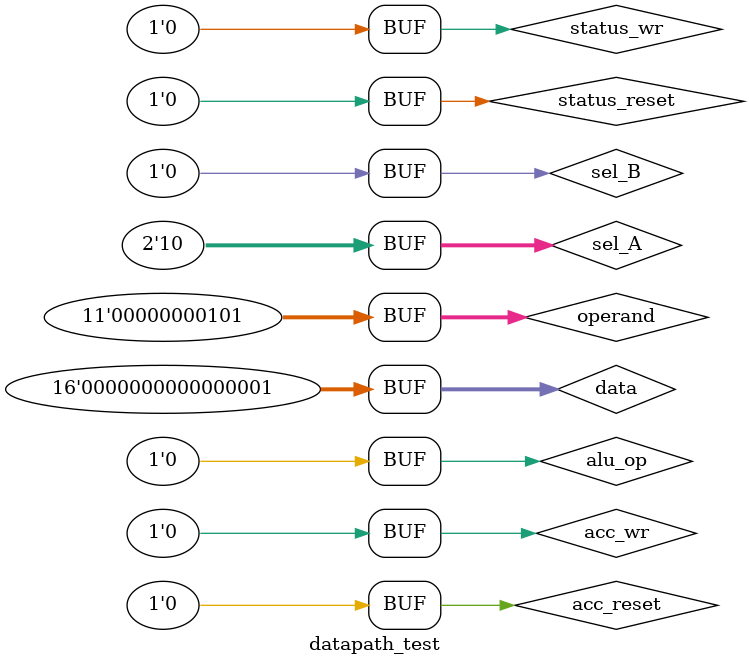
<source format=sv>
`timescale 1 ns / 10 ps

module datapath_test#(
        parameter OPERAND_WIDTH = 11,
        parameter DATA_WIDTH = 16
    );

    logic [DATA_WIDTH - 1:0] data;
    logic [OPERAND_WIDTH - 1:0] operand, data_address_out;
    logic alu_op, sel_B, acc_wr, clock;
    logic status_wr, status_reset, acc_reset;
    logic [1:0] sel_A;
    logic [DATA_WIDTH - 1:0] data_out; //ext_out;
    logic status_Z_out, status_N_out;

    clock_generator GCLOCK(clock);

    datapath datapath0(
        .operand_in(operand), 
        .data_in(data),
        .alu_op_in(alu_op),
        .sel_A_in(sel_A), 
        .sel_B_in(sel_B),
        .clock_in(clock), 
        .acc_wr_in(acc_wr),
        .acc_reset_in(acc_reset), 
        .status_wr_in(status_wr), 
        .status_reset_in(status_reset), 
        .data_out(data_out), 
        //.ext_out(ext_out),
        .data_address_out(data_address_out),
        .status_Z_out(status_Z_out), 
        .status_N_out(status_N_out)
    );

    initial
    begin
        operand = 11'b00000000010; data = 16'b00000_00000000001;
        alu_op = 0; sel_A = 0; sel_B = 0; acc_wr = 1'b0; status_wr = 0; acc_reset = 1; status_reset = 1;
        #1 acc_reset = 0; status_reset = 0; status_wr  = 1'b0; acc_wr = 1'b1;
        #2  sel_A = 2'b01; acc_wr = 1'b0;
        #2 acc_wr = 1'b1;
        #2 sel_A = 2'b10; status_wr  = 1'b1;
        #2 sel_A = 2'b00; status_wr  = 1'b0;
        #2 alu_op = 1; sel_A = 2'b10; status_wr  = 1'b1; acc_wr = 1'b1;
        #2 sel_B = 1'b1;
        #2 status_wr  = 1'b0; acc_wr = 1'b0;
        #2 alu_op = 0; operand = 11'b00000000101; sel_A = 2'b01; acc_wr = 1'b1; 
        #2 sel_A = 2'b10; sel_B = 1'b0; acc_wr = 1'b1; status_wr  = 1'b1;
        #2 status_wr  = 1'b0; acc_wr = 1'b0;
    end
endmodule
</source>
